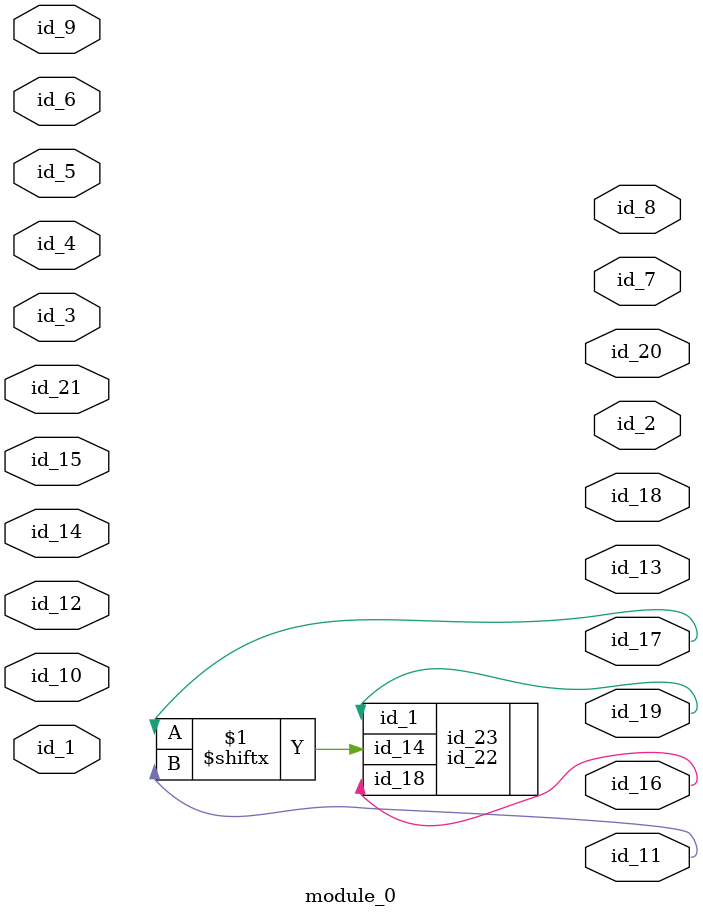
<source format=v>
module module_0 (
    id_1,
    id_2,
    id_3,
    id_4,
    id_5,
    id_6,
    id_7,
    id_8,
    id_9,
    id_10,
    id_11,
    id_12,
    id_13,
    id_14,
    id_15,
    id_16,
    id_17,
    id_18,
    id_19,
    id_20,
    id_21
);
  input id_21;
  output id_20;
  output id_19;
  output id_18;
  output id_17;
  output id_16;
  input id_15;
  input id_14;
  output id_13;
  input id_12;
  output id_11;
  input id_10;
  input id_9;
  output id_8;
  output id_7;
  input id_6;
  input id_5;
  input id_4;
  input id_3;
  output id_2;
  input id_1;
  id_22 id_23 (
      .id_14(id_17[id_11]),
      .id_18(id_16),
      .id_1 (id_19)
  );
endmodule

</source>
